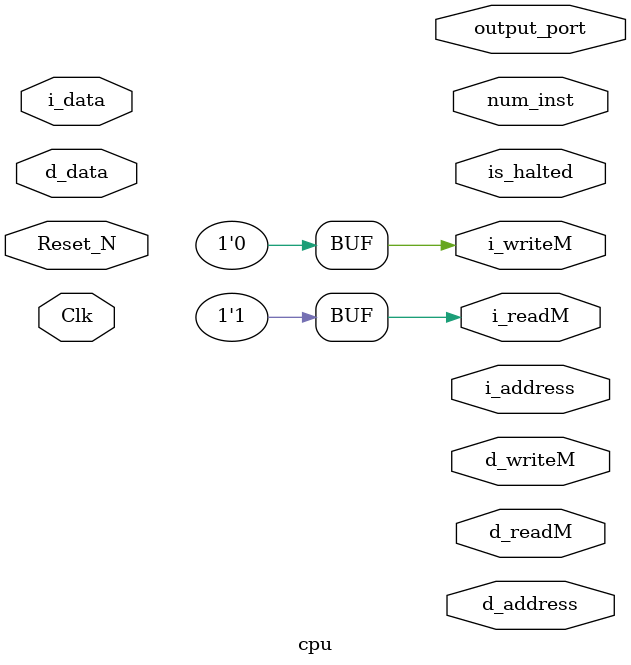
<source format=v>
`timescale 1ns/1ns
`define WORD_SIZE 16    // data and address word size

`include "opcodes.v"

module cpu(
        input Clk, 
        input Reset_N, 

	// Instruction memory interface
        output i_readM, 
        output i_writeM, 
        output [`WORD_SIZE-1:0] i_address, 
        inout [`WORD_SIZE-1:0] i_data, 

	// Data memory interface
        output d_readM, 
        output d_writeM, 
        output [`WORD_SIZE-1:0] d_address, 
        inout [`WORD_SIZE-1:0] d_data, 

        output [`WORD_SIZE-1:0] num_inst, 
        output [`WORD_SIZE-1:0] output_port, 
        output is_halted
);

	// TODO : Implement your pipelined CPU!
        assign i_readM = 1;
        assign i_writeM = 0;

endmodule

</source>
